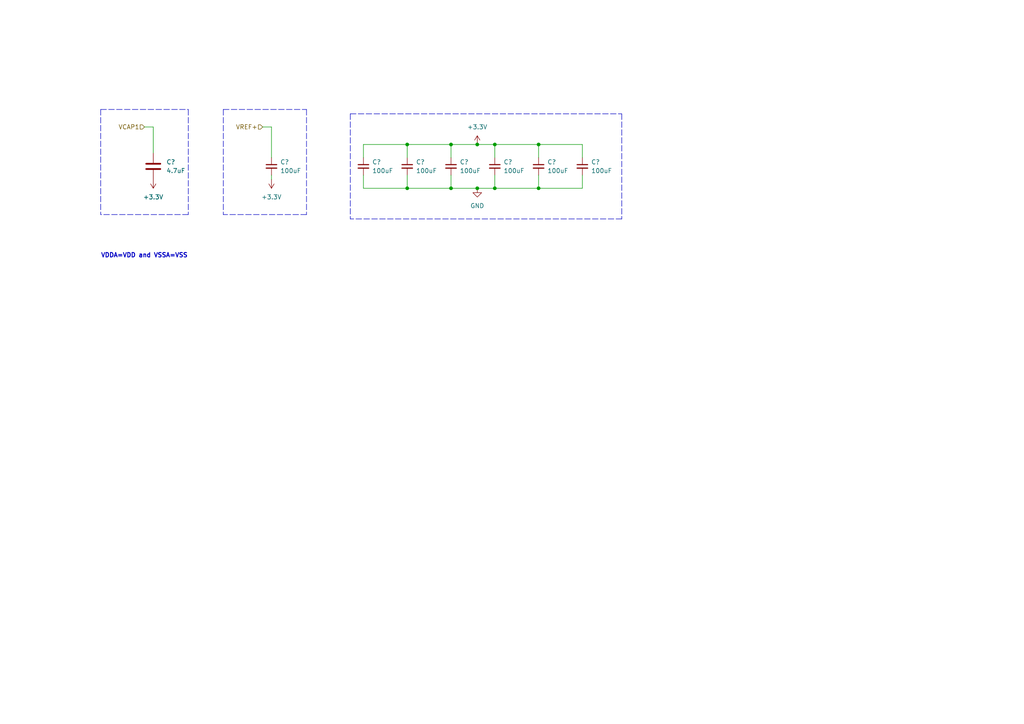
<source format=kicad_sch>
(kicad_sch (version 20211123) (generator eeschema)
  (paper "A4")
  (lib_symbols
    (symbol "Device:C" (pin_numbers hide) (pin_names (offset 0.254))
      (property "Reference" "C" (at 0.635 2.54 0))
      (property "Value" "C" (at 0.635 -2.54 0))
      (symbol "C_0_1"
        (polyline (pts (xy -2.032 -0.762) (xy 2.032 -0.762)) (stroke (width 0.508)))
        (polyline (pts (xy -2.032 0.762) (xy 2.032 0.762)) (stroke (width 0.508)))
      )
      (symbol "C_1_1"
        (pin passive line (at 0 3.81 270) (length 2.794) (name "~") (number "1"))
        (pin passive line (at 0 -3.81 90) (length 2.794) (name "~") (number "2"))
      )
    )
    (symbol "Device:C_Small" (pin_numbers hide) (pin_names (offset 0.254) hide)
      (property "Reference" "C" (at 0.254 1.778 0))
      (property "Value" "C_Small" (at 0.254 -2.032 0))
      (symbol "C_Small_0_1"
        (polyline (pts (xy -1.524 -0.508) (xy 1.524 -0.508)) (stroke (width 0.3302)))
        (polyline (pts (xy -1.524 0.508) (xy 1.524 0.508)) (stroke (width 0.3048)))
      )
      (symbol "C_Small_1_1"
        (pin passive line (at 0 2.54 270) (length 2.032) (name "~") (number "1"))
        (pin passive line (at 0 -2.54 90) (length 2.032) (name "~") (number "2"))
      )
    )
    (symbol "power:+3.3V" (power) (pin_names (offset 0))
      (property "Value" "+3.3V" (at 0 3.556 0))
      (symbol "+3.3V_0_1"
        (polyline (pts (xy -0.762 1.27) (xy 0 2.54)))
        (polyline (pts (xy 0 0) (xy 0 2.54)))
        (polyline (pts (xy 0 2.54) (xy 0.762 1.27)))
      )
      (symbol "+3.3V_1_1"
        (pin power_in line (at 0 0 90) (length 0) hide (name "+3.3V") (number "1"))
      )
    )
    (symbol "power:GND" (power) (pin_names (offset 0))
      (property "Value" "GND" (at 0 -3.81 0))
      (symbol "GND_0_1"
        (polyline (pts (xy 0 0) (xy 0 -1.27) (xy 1.27 -1.27) (xy 0 -2.54) (xy -1.27 -1.27) (xy 0 -1.27)))
      )
      (symbol "GND_1_1"
        (pin power_in line (at 0 0 270) (length 0) hide (name "GND") (number "1"))
      )
    )
  )
  (junction (at 138.43 41.91))
  (junction (at 118.11 41.91))
  (junction (at 138.43 54.61))
  (junction (at 156.21 54.61))
  (junction (at 143.51 54.61))
  (junction (at 130.81 41.91))
  (junction (at 118.11 54.61))
  (junction (at 130.81 54.61))
  (junction (at 143.51 41.91))
  (junction (at 156.21 41.91))
  (wire (pts (xy 156.21 41.91) (xy 156.21 45.72)))
  (wire (pts (xy 105.41 54.61) (xy 118.11 54.61)))
  (wire (pts (xy 156.21 54.61) (xy 143.51 54.61)))
  (wire (pts (xy 156.21 50.8) (xy 156.21 54.61)))
  (wire (pts (xy 44.45 44.45) (xy 44.45 36.83)))
  (wire (pts (xy 156.21 41.91) (xy 143.51 41.91)))
  (polyline (pts (xy 88.9 62.23) (xy 64.77 62.23)))
  (wire (pts (xy 44.45 36.83) (xy 41.91 36.83)))
  (wire (pts (xy 118.11 54.61) (xy 130.81 54.61)))
  (wire (pts (xy 143.51 41.91) (xy 143.51 45.72)))
  (wire (pts (xy 130.81 50.8) (xy 130.81 54.61)))
  (wire (pts (xy 168.91 50.8) (xy 168.91 54.61)))
  (wire (pts (xy 168.91 45.72) (xy 168.91 41.91)))
  (wire (pts (xy 168.91 41.91) (xy 156.21 41.91)))
  (polyline (pts (xy 180.34 33.02) (xy 180.34 63.5)))
  (wire (pts (xy 78.74 50.8) (xy 78.74 52.07)))
  (wire (pts (xy 105.41 50.8) (xy 105.41 54.61)))
  (polyline (pts (xy 101.6 33.02) (xy 101.6 63.5)))
  (wire (pts (xy 143.51 41.91) (xy 138.43 41.91)))
  (wire (pts (xy 105.41 45.72) (xy 105.41 41.91)))
  (polyline (pts (xy 180.34 63.5) (xy 101.6 63.5)))
  (wire (pts (xy 78.74 36.83) (xy 78.74 45.72)))
  (wire (pts (xy 130.81 41.91) (xy 138.43 41.91)))
  (polyline (pts (xy 64.77 31.75) (xy 88.9 31.75)))
  (wire (pts (xy 143.51 50.8) (xy 143.51 54.61)))
  (polyline (pts (xy 88.9 31.75) (xy 88.9 62.23)))
  (wire (pts (xy 143.51 54.61) (xy 138.43 54.61)))
  (polyline (pts (xy 29.21 31.75) (xy 29.21 62.23)))
  (polyline (pts (xy 29.21 31.75) (xy 54.61 31.75)))
  (wire (pts (xy 130.81 41.91) (xy 130.81 45.72)))
  (wire (pts (xy 130.81 54.61) (xy 138.43 54.61)))
  (polyline (pts (xy 54.61 31.75) (xy 54.61 62.23)))
  (wire (pts (xy 118.11 41.91) (xy 130.81 41.91)))
  (wire (pts (xy 168.91 54.61) (xy 156.21 54.61)))
  (wire (pts (xy 78.74 36.83) (xy 76.2 36.83)))
  (wire (pts (xy 118.11 41.91) (xy 118.11 45.72)))
  (wire (pts (xy 118.11 50.8) (xy 118.11 54.61)))
  (polyline (pts (xy 101.6 33.02) (xy 180.34 33.02)))
  (polyline (pts (xy 64.77 31.75) (xy 64.77 62.23)))
  (wire (pts (xy 105.41 41.91) (xy 118.11 41.91)))
  (polyline (pts (xy 54.61 62.23) (xy 29.21 62.23)))
  (text "VDDA=VDD and VSSA=VSS\n" (at 29.21 74.93 0) (effects (font (size 1.27 1.27) (thickness 0.254) bold) (justify left bottom)))
  (hierarchical_label "VCAP1" (shape input) (at 41.91 36.83 180))
  (hierarchical_label "VREF+" (shape input) (at 76.2 36.83 180))
  (symbol (lib_id "Device:C_Small") (at 130.81 48.26 0) (unit 1)
    (property "Reference" "C?" (at 133.35 46.9962 0) (effects (justify left)))
    (property "Value" "100uF" (at 133.35 49.5362 0) (effects (justify left)))
    (property "Footprint" "Capacitor_SMD:C_0603_1608Metric_Pad1.08x0.95mm_HandSolder" (effects hide))
  )
  (symbol (lib_id "power:GND") (at 138.43 54.61 0) (unit 1)
    (property "Reference" "#PWR?" (effects hide))
    (property "Value" "GND" (at 138.43 59.69 0))
  )
  (symbol (lib_id "power:+3.3V") (at 138.43 41.91 0) (unit 1)
    (property "Reference" "#PWR?" (effects hide))
    (property "Value" "+3.3V" (at 138.43 36.83 0))
  )
  (symbol (lib_id "Device:C_Small") (at 78.74 48.26 0) (unit 1)
    (property "Reference" "C?" (at 81.28 46.9962 0) (effects (justify left)))
    (property "Value" "100uF" (at 81.28 49.5362 0) (effects (justify left)))
    (property "Footprint" "Capacitor_SMD:C_0603_1608Metric_Pad1.08x0.95mm_HandSolder" (effects hide))
  )
  (symbol (lib_id "Device:C_Small") (at 168.91 48.26 0) (unit 1)
    (property "Reference" "C?" (at 171.45 46.9962 0) (effects (justify left)))
    (property "Value" "100uF" (at 171.45 49.5362 0) (effects (justify left)))
    (property "Footprint" "Capacitor_SMD:C_0603_1608Metric_Pad1.08x0.95mm_HandSolder" (effects hide))
  )
  (symbol (lib_id "Device:C_Small") (at 143.51 48.26 0) (unit 1)
    (property "Reference" "C?" (at 146.05 46.9962 0) (effects (justify left)))
    (property "Value" "100uF" (at 146.05 49.5362 0) (effects (justify left)))
    (property "Footprint" "Capacitor_SMD:C_0603_1608Metric_Pad1.08x0.95mm_HandSolder" (effects hide))
  )
  (symbol (lib_id "Device:C_Small") (at 105.41 48.26 0) (unit 1)
    (property "Reference" "C?" (at 107.95 46.9962 0) (effects (justify left)))
    (property "Value" "100uF" (at 107.95 49.5362 0) (effects (justify left)))
    (property "Footprint" "Capacitor_SMD:C_0603_1608Metric_Pad1.08x0.95mm_HandSolder" (effects hide))
  )
  (symbol (lib_id "power:+3.3V") (at 78.74 52.07 180) (unit 1)
    (property "Reference" "#PWR?" (effects hide))
    (property "Value" "+3.3V" (at 78.74 57.15 0))
  )
  (symbol (lib_id "Device:C") (at 44.45 48.26 0) (unit 1)
    (property "Reference" "C?" (at 48.26 46.9899 0) (effects (justify left)))
    (property "Value" "4.7uF" (at 48.26 49.5299 0) (effects (justify left)))
  )
  (symbol (lib_id "Device:C_Small") (at 118.11 48.26 0) (unit 1)
    (property "Reference" "C?" (at 120.65 46.9962 0) (effects (justify left)))
    (property "Value" "100uF" (at 120.65 49.5362 0) (effects (justify left)))
    (property "Footprint" "Capacitor_SMD:C_0603_1608Metric_Pad1.08x0.95mm_HandSolder" (effects hide))
  )
  (symbol (lib_id "power:+3.3V") (at 44.45 52.07 180) (unit 1)
    (property "Reference" "#PWR?" (effects hide))
    (property "Value" "+3.3V" (at 44.45 57.15 0))
  )
  (symbol (lib_id "Device:C_Small") (at 156.21 48.26 0) (unit 1)
    (property "Reference" "C?" (at 158.75 46.9962 0) (effects (justify left)))
    (property "Value" "100uF" (at 158.75 49.5362 0) (effects (justify left)))
    (property "Footprint" "Capacitor_SMD:C_0603_1608Metric_Pad1.08x0.95mm_HandSolder" (effects hide))
  )
)
</source>
